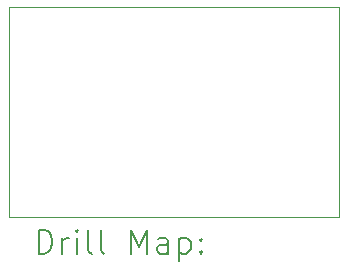
<source format=gbr>
%FSLAX45Y45*%
G04 Gerber Fmt 4.5, Leading zero omitted, Abs format (unit mm)*
G04 Created by KiCad (PCBNEW 6.0.5+dfsg-1~bpo11+1) date 2022-12-25 14:08:46*
%MOMM*%
%LPD*%
G01*
G04 APERTURE LIST*
%TA.AperFunction,Profile*%
%ADD10C,0.050000*%
%TD*%
%ADD11C,0.200000*%
G04 APERTURE END LIST*
D10*
X13208000Y-10922000D02*
X16002000Y-10922000D01*
X16002000Y-10922000D02*
X16002000Y-9144000D01*
X13208000Y-9144000D02*
X13208000Y-10922000D01*
X16002000Y-9144000D02*
X13208000Y-9144000D01*
D11*
X13463119Y-11234976D02*
X13463119Y-11034976D01*
X13510738Y-11034976D01*
X13539309Y-11044500D01*
X13558357Y-11063548D01*
X13567881Y-11082595D01*
X13577405Y-11120690D01*
X13577405Y-11149262D01*
X13567881Y-11187357D01*
X13558357Y-11206405D01*
X13539309Y-11225452D01*
X13510738Y-11234976D01*
X13463119Y-11234976D01*
X13663119Y-11234976D02*
X13663119Y-11101643D01*
X13663119Y-11139738D02*
X13672643Y-11120690D01*
X13682167Y-11111167D01*
X13701214Y-11101643D01*
X13720262Y-11101643D01*
X13786928Y-11234976D02*
X13786928Y-11101643D01*
X13786928Y-11034976D02*
X13777405Y-11044500D01*
X13786928Y-11054024D01*
X13796452Y-11044500D01*
X13786928Y-11034976D01*
X13786928Y-11054024D01*
X13910738Y-11234976D02*
X13891690Y-11225452D01*
X13882167Y-11206405D01*
X13882167Y-11034976D01*
X14015500Y-11234976D02*
X13996452Y-11225452D01*
X13986928Y-11206405D01*
X13986928Y-11034976D01*
X14244071Y-11234976D02*
X14244071Y-11034976D01*
X14310738Y-11177833D01*
X14377405Y-11034976D01*
X14377405Y-11234976D01*
X14558357Y-11234976D02*
X14558357Y-11130214D01*
X14548833Y-11111167D01*
X14529786Y-11101643D01*
X14491690Y-11101643D01*
X14472643Y-11111167D01*
X14558357Y-11225452D02*
X14539309Y-11234976D01*
X14491690Y-11234976D01*
X14472643Y-11225452D01*
X14463119Y-11206405D01*
X14463119Y-11187357D01*
X14472643Y-11168310D01*
X14491690Y-11158786D01*
X14539309Y-11158786D01*
X14558357Y-11149262D01*
X14653595Y-11101643D02*
X14653595Y-11301643D01*
X14653595Y-11111167D02*
X14672643Y-11101643D01*
X14710738Y-11101643D01*
X14729786Y-11111167D01*
X14739309Y-11120690D01*
X14748833Y-11139738D01*
X14748833Y-11196881D01*
X14739309Y-11215928D01*
X14729786Y-11225452D01*
X14710738Y-11234976D01*
X14672643Y-11234976D01*
X14653595Y-11225452D01*
X14834548Y-11215928D02*
X14844071Y-11225452D01*
X14834548Y-11234976D01*
X14825024Y-11225452D01*
X14834548Y-11215928D01*
X14834548Y-11234976D01*
X14834548Y-11111167D02*
X14844071Y-11120690D01*
X14834548Y-11130214D01*
X14825024Y-11120690D01*
X14834548Y-11111167D01*
X14834548Y-11130214D01*
M02*

</source>
